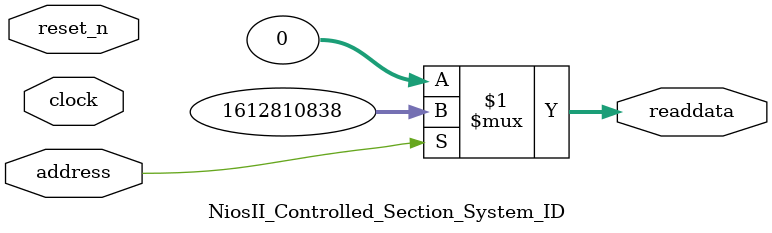
<source format=v>



// synthesis translate_off
`timescale 1ns / 1ps
// synthesis translate_on

// turn off superfluous verilog processor warnings 
// altera message_level Level1 
// altera message_off 10034 10035 10036 10037 10230 10240 10030 

module NiosII_Controlled_Section_System_ID (
               // inputs:
                address,
                clock,
                reset_n,

               // outputs:
                readdata
             )
;

  output  [ 31: 0] readdata;
  input            address;
  input            clock;
  input            reset_n;

  wire    [ 31: 0] readdata;
  //control_slave, which is an e_avalon_slave
  assign readdata = address ? 1612810838 : 0;

endmodule



</source>
